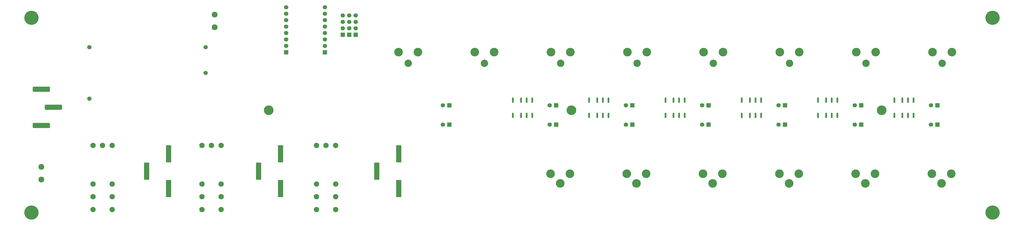
<source format=gbs>
G04 #@! TF.GenerationSoftware,KiCad,Pcbnew,9.0.2-9.0.2-0~ubuntu24.04.1*
G04 #@! TF.CreationDate,2025-06-12T12:06:52+02:00*
G04 #@! TF.ProjectId,PCB_Repetition,5043425f-5265-4706-9574-6974696f6e2e,rev?*
G04 #@! TF.SameCoordinates,Original*
G04 #@! TF.FileFunction,Soldermask,Bot*
G04 #@! TF.FilePolarity,Negative*
%FSLAX46Y46*%
G04 Gerber Fmt 4.6, Leading zero omitted, Abs format (unit mm)*
G04 Created by KiCad (PCBNEW 9.0.2-9.0.2-0~ubuntu24.04.1) date 2025-06-12 12:06:52*
%MOMM*%
%LPD*%
G01*
G04 APERTURE LIST*
G04 Aperture macros list*
%AMRoundRect*
0 Rectangle with rounded corners*
0 $1 Rounding radius*
0 $2 $3 $4 $5 $6 $7 $8 $9 X,Y pos of 4 corners*
0 Add a 4 corners polygon primitive as box body*
4,1,4,$2,$3,$4,$5,$6,$7,$8,$9,$2,$3,0*
0 Add four circle primitives for the rounded corners*
1,1,$1+$1,$2,$3*
1,1,$1+$1,$4,$5*
1,1,$1+$1,$6,$7*
1,1,$1+$1,$8,$9*
0 Add four rect primitives between the rounded corners*
20,1,$1+$1,$2,$3,$4,$5,0*
20,1,$1+$1,$4,$5,$6,$7,0*
20,1,$1+$1,$6,$7,$8,$9,0*
20,1,$1+$1,$8,$9,$2,$3,0*%
G04 Aperture macros list end*
%ADD10C,2.100000*%
%ADD11R,1.700000X1.700000*%
%ADD12C,1.700000*%
%ADD13C,2.300000*%
%ADD14C,3.600000*%
%ADD15C,5.600000*%
%ADD16C,2.600000*%
%ADD17C,3.800000*%
%ADD18C,3.400000*%
%ADD19C,2.900000*%
%ADD20RoundRect,0.315000X-0.735000X3.085000X-0.735000X-3.085000X0.735000X-3.085000X0.735000X3.085000X0*%
%ADD21RoundRect,0.105000X-0.245000X0.895000X-0.245000X-0.895000X0.245000X-0.895000X0.245000X0.895000X0*%
%ADD22RoundRect,0.300000X-3.100000X-0.700000X3.100000X-0.700000X3.100000X0.700000X-3.100000X0.700000X0*%
G04 APERTURE END LIST*
D10*
X63940000Y-204830000D03*
X71440000Y-204830000D03*
X67660000Y-204830000D03*
X63940000Y-225130000D03*
X71440000Y-225130000D03*
X63940000Y-220090000D03*
X71440000Y-220090000D03*
X63940000Y-230170000D03*
X71440000Y-230170000D03*
D11*
X162130000Y-161160000D03*
D12*
X162130000Y-158620000D03*
X162130000Y-156080000D03*
X162130000Y-153540000D03*
D11*
X167210000Y-161160000D03*
D12*
X167210000Y-158620000D03*
X167210000Y-156080000D03*
X167210000Y-153540000D03*
D11*
X164670000Y-161160000D03*
D12*
X164670000Y-158620000D03*
X164670000Y-156080000D03*
X164670000Y-153540000D03*
D11*
X204000000Y-189000000D03*
D12*
X201460000Y-189000000D03*
X201460000Y-196620000D03*
D11*
X204000000Y-196620000D03*
D13*
X111720000Y-158240000D03*
X111720000Y-153240000D03*
D14*
X417600000Y-154460000D03*
D15*
X417600000Y-154460000D03*
D16*
X252000000Y-191000000D03*
D17*
X252000000Y-191000000D03*
D14*
X39710000Y-231360000D03*
D15*
X39710000Y-231360000D03*
D11*
X276000000Y-189000000D03*
D12*
X273460000Y-189000000D03*
X273460000Y-196620000D03*
D11*
X276000000Y-196620000D03*
D16*
X374000000Y-191000000D03*
D17*
X374000000Y-191000000D03*
D11*
X246000000Y-189000000D03*
D12*
X243460000Y-189000000D03*
X243460000Y-196620000D03*
D11*
X246000000Y-196620000D03*
X306000000Y-189000000D03*
D12*
X303460000Y-189000000D03*
X303460000Y-196620000D03*
D11*
X306000000Y-196620000D03*
X366000000Y-189000000D03*
D12*
X363460000Y-189000000D03*
X363460000Y-196620000D03*
D11*
X366000000Y-196620000D03*
X336000000Y-189000000D03*
D12*
X333460000Y-189000000D03*
X333460000Y-196620000D03*
D11*
X336000000Y-196620000D03*
D12*
X62425000Y-166060000D03*
X62425000Y-186380000D03*
X108145000Y-176220000D03*
X108145000Y-166060000D03*
X155105000Y-150370000D03*
X155105000Y-152910000D03*
X155105000Y-155450000D03*
X155105000Y-157990000D03*
X155105000Y-160530000D03*
X155105000Y-163070000D03*
X155105000Y-165610000D03*
D11*
X155105000Y-168150000D03*
X139865000Y-168150000D03*
D12*
X139865000Y-165610000D03*
X139865000Y-163070000D03*
X139865000Y-160530000D03*
X139865000Y-157990000D03*
X139865000Y-155450000D03*
X139865000Y-152910000D03*
X139865000Y-150370000D03*
D14*
X417600000Y-231350000D03*
D15*
X417600000Y-231350000D03*
D13*
X43610000Y-218300000D03*
X43610000Y-213300000D03*
D14*
X39710000Y-154460000D03*
D15*
X39710000Y-154460000D03*
D11*
X396000000Y-189000000D03*
D12*
X393460000Y-189000000D03*
X393460000Y-196620000D03*
D11*
X396000000Y-196620000D03*
D16*
X133000000Y-191000000D03*
D17*
X133000000Y-191000000D03*
D18*
X251400000Y-216000000D03*
X243780000Y-216000000D03*
X247590000Y-219810000D03*
X184000000Y-168000000D03*
X191620000Y-168000000D03*
D19*
X187810000Y-172450000D03*
D20*
X93605000Y-221850000D03*
X93605000Y-208150000D03*
X85000000Y-215000000D03*
D10*
X151780000Y-204830000D03*
X159280000Y-204830000D03*
X155500000Y-204830000D03*
X151780000Y-225130000D03*
X159280000Y-225130000D03*
X151780000Y-220090000D03*
X159280000Y-220090000D03*
X151780000Y-230170000D03*
X159280000Y-230170000D03*
D18*
X341400000Y-216000000D03*
X333780000Y-216000000D03*
X337590000Y-219810000D03*
X364000000Y-168000000D03*
X371620000Y-168000000D03*
D19*
X367810000Y-172450000D03*
D20*
X137605000Y-221850000D03*
X137605000Y-208150000D03*
X129000000Y-215000000D03*
D18*
X394000000Y-168000000D03*
X401620000Y-168000000D03*
D19*
X397810000Y-172450000D03*
D18*
X311400000Y-216000000D03*
X303780000Y-216000000D03*
X307590000Y-219810000D03*
D20*
X184085000Y-221850000D03*
X184085000Y-208150000D03*
X175480000Y-215000000D03*
D21*
X319000000Y-187000000D03*
X322200000Y-187000000D03*
X324400000Y-187000000D03*
X326600000Y-187000000D03*
X326600000Y-193000000D03*
X324400000Y-193000000D03*
X322200000Y-193000000D03*
X319000000Y-193000000D03*
D18*
X371400000Y-216000000D03*
X363780000Y-216000000D03*
X367590000Y-219810000D03*
X304000000Y-168000000D03*
X311620000Y-168000000D03*
D19*
X307810000Y-172450000D03*
D21*
X259000000Y-187000000D03*
X262200000Y-187000000D03*
X264400000Y-187000000D03*
X266600000Y-187000000D03*
X266600000Y-193000000D03*
X264400000Y-193000000D03*
X262200000Y-193000000D03*
X259000000Y-193000000D03*
D18*
X274000000Y-168000000D03*
X281620000Y-168000000D03*
D19*
X277810000Y-172450000D03*
D10*
X106780000Y-204830000D03*
X114280000Y-204830000D03*
X110500000Y-204830000D03*
X106780000Y-225130000D03*
X114280000Y-225130000D03*
X106780000Y-220090000D03*
X114280000Y-220090000D03*
X106780000Y-230170000D03*
X114280000Y-230170000D03*
D18*
X214000000Y-168000000D03*
X221620000Y-168000000D03*
D19*
X217810000Y-172450000D03*
D21*
X349000000Y-187000000D03*
X352200000Y-187000000D03*
X354400000Y-187000000D03*
X356600000Y-187000000D03*
X356600000Y-193000000D03*
X354400000Y-193000000D03*
X352200000Y-193000000D03*
X349000000Y-193000000D03*
D18*
X281400000Y-216000000D03*
X273780000Y-216000000D03*
X277590000Y-219810000D03*
D21*
X229000000Y-187000000D03*
X232200000Y-187000000D03*
X234400000Y-187000000D03*
X236600000Y-187000000D03*
X236600000Y-193000000D03*
X234400000Y-193000000D03*
X232200000Y-193000000D03*
X229000000Y-193000000D03*
D18*
X244000000Y-168000000D03*
X251620000Y-168000000D03*
D19*
X247810000Y-172450000D03*
D18*
X334000000Y-168000000D03*
X341620000Y-168000000D03*
D19*
X337810000Y-172450000D03*
D22*
X43540000Y-197000000D03*
X43540000Y-182700000D03*
X48280000Y-189830000D03*
D21*
X289000000Y-187000000D03*
X292200000Y-187000000D03*
X294400000Y-187000000D03*
X296600000Y-187000000D03*
X296600000Y-193000000D03*
X294400000Y-193000000D03*
X292200000Y-193000000D03*
X289000000Y-193000000D03*
D18*
X401400000Y-216000000D03*
X393780000Y-216000000D03*
X397590000Y-219810000D03*
D21*
X379000000Y-187000000D03*
X382200000Y-187000000D03*
X384400000Y-187000000D03*
X386600000Y-187000000D03*
X386600000Y-193000000D03*
X384400000Y-193000000D03*
X382200000Y-193000000D03*
X379000000Y-193000000D03*
M02*

</source>
